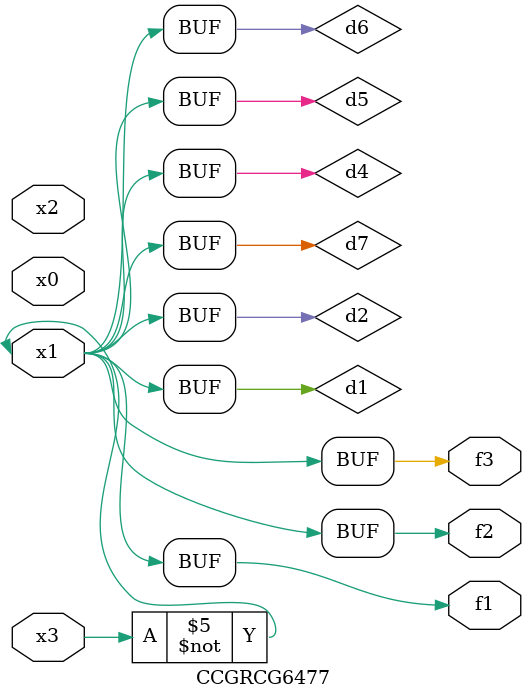
<source format=v>
module CCGRCG6477(
	input x0, x1, x2, x3,
	output f1, f2, f3
);

	wire d1, d2, d3, d4, d5, d6, d7;

	not (d1, x3);
	buf (d2, x1);
	xnor (d3, d1, d2);
	nor (d4, d1);
	buf (d5, d1, d2);
	buf (d6, d4, d5);
	nand (d7, d4);
	assign f1 = d6;
	assign f2 = d7;
	assign f3 = d6;
endmodule

</source>
